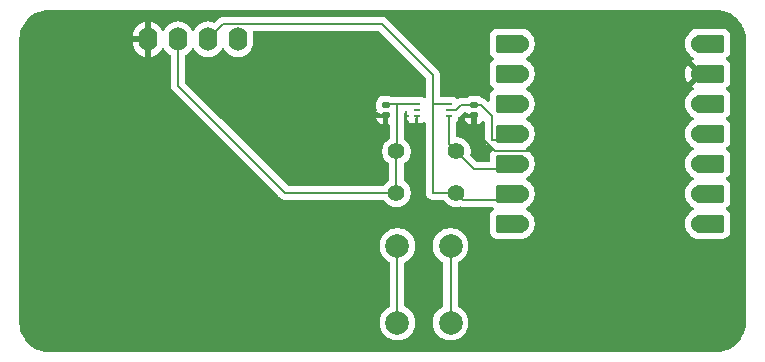
<source format=gbr>
%TF.GenerationSoftware,KiCad,Pcbnew,9.0.3*%
%TF.CreationDate,2025-08-02T05:50:16+03:00*%
%TF.ProjectId,LuminanceMeter,4c756d69-6e61-46e6-9365-4d657465722e,V0.1*%
%TF.SameCoordinates,Original*%
%TF.FileFunction,Copper,L1,Top*%
%TF.FilePolarity,Positive*%
%FSLAX46Y46*%
G04 Gerber Fmt 4.6, Leading zero omitted, Abs format (unit mm)*
G04 Created by KiCad (PCBNEW 9.0.3) date 2025-08-02 05:50:16*
%MOMM*%
%LPD*%
G01*
G04 APERTURE LIST*
G04 Aperture macros list*
%AMRoundRect*
0 Rectangle with rounded corners*
0 $1 Rounding radius*
0 $2 $3 $4 $5 $6 $7 $8 $9 X,Y pos of 4 corners*
0 Add a 4 corners polygon primitive as box body*
4,1,4,$2,$3,$4,$5,$6,$7,$8,$9,$2,$3,0*
0 Add four circle primitives for the rounded corners*
1,1,$1+$1,$2,$3*
1,1,$1+$1,$4,$5*
1,1,$1+$1,$6,$7*
1,1,$1+$1,$8,$9*
0 Add four rect primitives between the rounded corners*
20,1,$1+$1,$2,$3,$4,$5,0*
20,1,$1+$1,$4,$5,$6,$7,0*
20,1,$1+$1,$6,$7,$8,$9,0*
20,1,$1+$1,$8,$9,$2,$3,0*%
G04 Aperture macros list end*
%TA.AperFunction,ComponentPad*%
%ADD10O,1.600000X2.000000*%
%TD*%
%TA.AperFunction,ComponentPad*%
%ADD11C,1.400000*%
%TD*%
%TA.AperFunction,SMDPad,CuDef*%
%ADD12R,0.550000X0.250000*%
%TD*%
%TA.AperFunction,ComponentPad*%
%ADD13C,2.000000*%
%TD*%
%TA.AperFunction,SMDPad,CuDef*%
%ADD14RoundRect,0.152400X1.063600X0.609600X-1.063600X0.609600X-1.063600X-0.609600X1.063600X-0.609600X0*%
%TD*%
%TA.AperFunction,ComponentPad*%
%ADD15C,1.524000*%
%TD*%
%TA.AperFunction,SMDPad,CuDef*%
%ADD16RoundRect,0.152400X-1.063600X-0.609600X1.063600X-0.609600X1.063600X0.609600X-1.063600X0.609600X0*%
%TD*%
%TA.AperFunction,SMDPad,CuDef*%
%ADD17RoundRect,0.156350X-0.143650X0.138650X-0.143650X-0.138650X0.143650X-0.138650X0.143650X0.138650X0*%
%TD*%
%TA.AperFunction,ViaPad*%
%ADD18C,0.600000*%
%TD*%
%TA.AperFunction,Conductor*%
%ADD19C,0.200000*%
%TD*%
G04 APERTURE END LIST*
D10*
%TO.P,Brd1,1,GND*%
%TO.N,GND*%
X85880000Y-62000000D03*
%TO.P,Brd1,2,VCC*%
%TO.N,3V3*%
X88420000Y-62000000D03*
%TO.P,Brd1,3,SCL*%
%TO.N,SCL*%
X90960000Y-62000000D03*
%TO.P,Brd1,4,SDA*%
%TO.N,SDA*%
X93500000Y-62000000D03*
%TD*%
D11*
%TO.P,R2,1*%
%TO.N,SCL*%
X112000000Y-75000000D03*
%TO.P,R2,2*%
%TO.N,3V3*%
X106920000Y-75000000D03*
%TD*%
D12*
%TO.P,U2,1,VCC*%
%TO.N,3V3*%
X108625000Y-67500000D03*
%TO.P,U2,2,ADDR*%
%TO.N,unconnected-(U2-ADDR-Pad2)*%
X108625000Y-68000000D03*
%TO.P,U2,3,GND*%
%TO.N,GND*%
X108625000Y-68500000D03*
%TO.P,U2,4,SDA*%
%TO.N,SDA*%
X111375000Y-68500000D03*
%TO.P,U2,5,DVI*%
%TO.N,Reset*%
X111375000Y-68000000D03*
%TO.P,U2,6,SCL*%
%TO.N,SCL*%
X111375000Y-67500000D03*
%TD*%
D11*
%TO.P,R1,1*%
%TO.N,SDA*%
X112000000Y-71500000D03*
%TO.P,R1,2*%
%TO.N,3V3*%
X106920000Y-71500000D03*
%TD*%
D13*
%TO.P,SW1,1,1*%
%TO.N,Battery*%
X111500000Y-79500000D03*
X111500000Y-86000000D03*
%TO.P,SW1,2,2*%
%TO.N,Net-(BT1-+)*%
X107000000Y-79500000D03*
X107000000Y-86000000D03*
%TD*%
D14*
%TO.P,U1,1,GPIO26/ADC0/A0*%
%TO.N,unconnected-(U1-GPIO26{slash}ADC0{slash}A0-Pad1)*%
X116545000Y-62380000D03*
D15*
X117380000Y-62380000D03*
D14*
%TO.P,U1,2,GPIO27/ADC1/A1*%
%TO.N,unconnected-(U1-GPIO27{slash}ADC1{slash}A1-Pad2)*%
X116545000Y-64920000D03*
D15*
X117380000Y-64920000D03*
D14*
%TO.P,U1,3,GPIO28/ADC2/A2*%
%TO.N,unconnected-(U1-GPIO28{slash}ADC2{slash}A2-Pad3)*%
X116545000Y-67460000D03*
D15*
X117380000Y-67460000D03*
D14*
%TO.P,U1,4,GPIO29/ADC3/A3*%
%TO.N,Reset*%
X116545000Y-70000000D03*
D15*
X117380000Y-70000000D03*
D14*
%TO.P,U1,5,GPIO6/SDA*%
%TO.N,SDA*%
X116545000Y-72540000D03*
D15*
X117380000Y-72540000D03*
D14*
%TO.P,U1,6,GPIO7/SCL*%
%TO.N,SCL*%
X116545000Y-75080000D03*
D15*
X117380000Y-75080000D03*
D14*
%TO.P,U1,7,GPIO0/TX*%
%TO.N,unconnected-(U1-GPIO0{slash}TX-Pad7)*%
X116545000Y-77620000D03*
D15*
X117380000Y-77620000D03*
%TO.P,U1,8,GPIO1/RX*%
%TO.N,unconnected-(U1-GPIO1{slash}RX-Pad8)*%
X132620000Y-77620000D03*
D16*
X133455000Y-77620000D03*
D15*
%TO.P,U1,9,GPIO2/SCK*%
%TO.N,unconnected-(U1-GPIO2{slash}SCK-Pad9)*%
X132620000Y-75080000D03*
D16*
X133455000Y-75080000D03*
D15*
%TO.P,U1,10,GPIO4/MISO*%
%TO.N,unconnected-(U1-GPIO4{slash}MISO-Pad10)*%
X132620000Y-72540000D03*
D16*
X133455000Y-72540000D03*
D15*
%TO.P,U1,11,GPIO3/MOSI*%
%TO.N,unconnected-(U1-GPIO3{slash}MOSI-Pad11)*%
X132620000Y-70000000D03*
D16*
X133455000Y-70000000D03*
D15*
%TO.P,U1,12,3V3*%
%TO.N,3V3*%
X132620000Y-67460000D03*
D16*
X133455000Y-67460000D03*
D15*
%TO.P,U1,13,GND*%
%TO.N,GND*%
X132620000Y-64920000D03*
D16*
X133455000Y-64920000D03*
D15*
%TO.P,U1,14,VBUS*%
%TO.N,Battery*%
X132620000Y-62380000D03*
D16*
X133455000Y-62380000D03*
%TD*%
D17*
%TO.P,C1,1*%
%TO.N,3V3*%
X106000000Y-67595000D03*
%TO.P,C1,2*%
%TO.N,GND*%
X106000000Y-68405000D03*
%TD*%
%TO.P,C2,1*%
%TO.N,Reset*%
X113500000Y-67595000D03*
%TO.P,C2,2*%
%TO.N,GND*%
X113500000Y-68405000D03*
%TD*%
D18*
%TO.N,GND*%
X98500000Y-81500000D03*
%TD*%
D19*
%TO.N,GND*%
X85880000Y-60844508D02*
X85879454Y-60843962D01*
X113500000Y-69687626D02*
X115289374Y-71477000D01*
X126063000Y-71477000D02*
X132620000Y-64920000D01*
X113500000Y-68405000D02*
X113500000Y-69687626D01*
X115289374Y-71477000D02*
X126063000Y-71477000D01*
X98500000Y-81500000D02*
X99500000Y-81500000D01*
X99500000Y-81500000D02*
X103500000Y-77500000D01*
X85880000Y-60844508D02*
X85880000Y-62000000D01*
X108625000Y-76375000D02*
X108625000Y-68500000D01*
X103500000Y-77500000D02*
X107500000Y-77500000D01*
X107500000Y-77500000D02*
X108625000Y-76375000D01*
%TO.N,3V3*%
X88420000Y-65920000D02*
X97500000Y-75000000D01*
X106920000Y-71500000D02*
X107000000Y-71420000D01*
X106000000Y-67595000D02*
X106095000Y-67500000D01*
X107000000Y-71420000D02*
X107000000Y-67500000D01*
X88420000Y-62000000D02*
X88420000Y-65920000D01*
X106920000Y-75000000D02*
X106920000Y-71500000D01*
X106095000Y-67500000D02*
X108625000Y-67500000D01*
X97500000Y-75000000D02*
X106920000Y-75000000D01*
%TO.N,Battery*%
X111500000Y-86000000D02*
X111500000Y-79500000D01*
%TO.N,Net-(BT1-+)*%
X107000000Y-86000000D02*
X107000000Y-79500000D01*
%TO.N,Reset*%
X115000000Y-70500000D02*
X116045000Y-70500000D01*
X116045000Y-70500000D02*
X116545000Y-70000000D01*
X113500000Y-67595000D02*
X114095000Y-67595000D01*
X112000000Y-68000000D02*
X112405000Y-67595000D01*
X115000000Y-68500000D02*
X115000000Y-70500000D01*
X114095000Y-67595000D02*
X115000000Y-68500000D01*
X111375000Y-68000000D02*
X112000000Y-68000000D01*
X112405000Y-67595000D02*
X113500000Y-67595000D01*
%TO.N,SDA*%
X112000000Y-71500000D02*
X113500000Y-73000000D01*
X111375000Y-70875000D02*
X112000000Y-71500000D01*
X113500000Y-73000000D02*
X116920000Y-73000000D01*
X111375000Y-68500000D02*
X111375000Y-70875000D01*
X116920000Y-73000000D02*
X117380000Y-72540000D01*
%TO.N,SCL*%
X112580000Y-75580000D02*
X116880000Y-75580000D01*
X110000000Y-75000000D02*
X112000000Y-75000000D01*
X92261000Y-60699000D02*
X105699000Y-60699000D01*
X105699000Y-60699000D02*
X110000000Y-65000000D01*
X110000000Y-67500000D02*
X110000000Y-75000000D01*
X116880000Y-75580000D02*
X117380000Y-75080000D01*
X110000000Y-67500000D02*
X111375000Y-67500000D01*
X112000000Y-75000000D02*
X112580000Y-75580000D01*
X90960000Y-62000000D02*
X92261000Y-60699000D01*
X110000000Y-65000000D02*
X110000000Y-67500000D01*
%TD*%
%TA.AperFunction,Conductor*%
%TO.N,GND*%
G36*
X105465942Y-61319185D02*
G01*
X105486584Y-61335819D01*
X109363181Y-65212416D01*
X109396666Y-65273739D01*
X109399500Y-65300097D01*
X109399500Y-66875998D01*
X109379815Y-66943037D01*
X109327011Y-66988792D01*
X109257853Y-66998736D01*
X109201189Y-66975265D01*
X109142331Y-66931204D01*
X109142328Y-66931202D01*
X109007486Y-66880910D01*
X109007485Y-66880909D01*
X109007483Y-66880909D01*
X108947873Y-66874500D01*
X108947863Y-66874500D01*
X108302129Y-66874500D01*
X108302123Y-66874501D01*
X108242518Y-66880908D01*
X108223547Y-66887984D01*
X108213632Y-66891682D01*
X108170300Y-66899500D01*
X106526358Y-66899500D01*
X106463237Y-66882232D01*
X106461000Y-66880909D01*
X106406590Y-66848731D01*
X106406589Y-66848730D01*
X106406588Y-66848730D01*
X106406585Y-66848729D01*
X106247225Y-66802430D01*
X106247219Y-66802429D01*
X106209991Y-66799500D01*
X105790020Y-66799500D01*
X105789998Y-66799501D01*
X105752782Y-66802429D01*
X105593409Y-66848731D01*
X105450564Y-66933209D01*
X105450556Y-66933215D01*
X105333215Y-67050556D01*
X105333209Y-67050564D01*
X105248730Y-67193411D01*
X105248729Y-67193414D01*
X105202430Y-67352774D01*
X105202429Y-67352780D01*
X105199500Y-67390001D01*
X105199500Y-67799979D01*
X105199501Y-67800001D01*
X105202430Y-67837222D01*
X105239931Y-67966301D01*
X105239931Y-68035491D01*
X105205210Y-68154998D01*
X105205212Y-68155000D01*
X105297411Y-68155000D01*
X105364450Y-68174685D01*
X105385087Y-68191314D01*
X105450562Y-68256789D01*
X105593410Y-68341269D01*
X105635437Y-68353479D01*
X105752774Y-68387569D01*
X105752777Y-68387569D01*
X105752779Y-68387570D01*
X105790009Y-68390500D01*
X105934153Y-68390499D01*
X105943482Y-68390852D01*
X106135345Y-68405353D01*
X106163827Y-68416107D01*
X106193039Y-68424685D01*
X106196197Y-68428329D01*
X106200711Y-68430034D01*
X106218862Y-68454487D01*
X106238794Y-68477489D01*
X106239978Y-68482932D01*
X106242356Y-68486136D01*
X106243111Y-68497335D01*
X106250000Y-68529000D01*
X106250000Y-69196240D01*
X106253569Y-69198920D01*
X106310774Y-69199083D01*
X106369444Y-69237025D01*
X106398288Y-69300663D01*
X106399500Y-69317960D01*
X106399500Y-70341867D01*
X106379815Y-70408906D01*
X106331796Y-70452351D01*
X106290803Y-70473238D01*
X106214364Y-70528775D01*
X106137927Y-70584310D01*
X106137925Y-70584312D01*
X106137924Y-70584312D01*
X106004312Y-70717924D01*
X106004312Y-70717925D01*
X106004310Y-70717927D01*
X105994238Y-70731790D01*
X105893240Y-70870800D01*
X105807454Y-71039163D01*
X105749059Y-71218881D01*
X105719500Y-71405513D01*
X105719500Y-71594486D01*
X105749059Y-71781118D01*
X105807454Y-71960836D01*
X105855621Y-72055368D01*
X105893240Y-72129199D01*
X106004310Y-72282073D01*
X106137927Y-72415690D01*
X106268386Y-72510474D01*
X106311051Y-72565803D01*
X106319500Y-72610791D01*
X106319500Y-73889207D01*
X106299815Y-73956246D01*
X106268386Y-73989525D01*
X106137925Y-74084311D01*
X106004312Y-74217924D01*
X106004312Y-74217925D01*
X106004310Y-74217927D01*
X105909526Y-74348386D01*
X105854196Y-74391051D01*
X105809208Y-74399500D01*
X97800097Y-74399500D01*
X97733058Y-74379815D01*
X97712416Y-74363181D01*
X92004236Y-68655001D01*
X105205210Y-68655001D01*
X105249192Y-68806385D01*
X105249193Y-68806388D01*
X105333607Y-68949125D01*
X105333614Y-68949134D01*
X105450865Y-69066385D01*
X105450874Y-69066392D01*
X105593609Y-69150805D01*
X105750000Y-69196240D01*
X105750000Y-68655000D01*
X105205212Y-68655000D01*
X105205210Y-68655001D01*
X92004236Y-68655001D01*
X89056819Y-65707584D01*
X89023334Y-65646261D01*
X89020500Y-65619903D01*
X89020500Y-63429601D01*
X89040185Y-63362562D01*
X89088206Y-63319116D01*
X89101610Y-63312287D01*
X89267219Y-63191966D01*
X89411966Y-63047219D01*
X89411968Y-63047215D01*
X89411971Y-63047213D01*
X89532284Y-62881614D01*
X89532286Y-62881611D01*
X89532287Y-62881610D01*
X89579516Y-62788917D01*
X89627489Y-62738123D01*
X89695310Y-62721328D01*
X89761445Y-62743865D01*
X89800485Y-62788919D01*
X89847715Y-62881614D01*
X89968028Y-63047213D01*
X90112786Y-63191971D01*
X90267749Y-63304556D01*
X90278390Y-63312287D01*
X90359499Y-63353614D01*
X90460776Y-63405218D01*
X90460778Y-63405218D01*
X90460781Y-63405220D01*
X90535818Y-63429601D01*
X90655465Y-63468477D01*
X90756557Y-63484488D01*
X90857648Y-63500500D01*
X90857649Y-63500500D01*
X91062351Y-63500500D01*
X91062352Y-63500500D01*
X91264534Y-63468477D01*
X91459219Y-63405220D01*
X91641610Y-63312287D01*
X91734590Y-63244732D01*
X91807213Y-63191971D01*
X91807215Y-63191968D01*
X91807219Y-63191966D01*
X91951966Y-63047219D01*
X91951968Y-63047215D01*
X91951971Y-63047213D01*
X92072284Y-62881614D01*
X92072286Y-62881611D01*
X92072287Y-62881610D01*
X92119516Y-62788917D01*
X92167489Y-62738123D01*
X92235310Y-62721328D01*
X92301445Y-62743865D01*
X92340485Y-62788919D01*
X92387715Y-62881614D01*
X92508028Y-63047213D01*
X92652786Y-63191971D01*
X92807749Y-63304556D01*
X92818390Y-63312287D01*
X92899499Y-63353614D01*
X93000776Y-63405218D01*
X93000778Y-63405218D01*
X93000781Y-63405220D01*
X93075818Y-63429601D01*
X93195465Y-63468477D01*
X93296557Y-63484488D01*
X93397648Y-63500500D01*
X93397649Y-63500500D01*
X93602351Y-63500500D01*
X93602352Y-63500500D01*
X93804534Y-63468477D01*
X93999219Y-63405220D01*
X94181610Y-63312287D01*
X94274590Y-63244732D01*
X94347213Y-63191971D01*
X94347215Y-63191968D01*
X94347219Y-63191966D01*
X94491966Y-63047219D01*
X94491968Y-63047215D01*
X94491971Y-63047213D01*
X94544732Y-62974590D01*
X94612287Y-62881610D01*
X94705220Y-62699219D01*
X94768477Y-62504534D01*
X94800500Y-62302352D01*
X94800500Y-61697648D01*
X94768477Y-61495466D01*
X94768475Y-61495462D01*
X94768475Y-61495457D01*
X94757545Y-61461817D01*
X94755550Y-61391976D01*
X94791631Y-61332144D01*
X94854332Y-61301316D01*
X94875476Y-61299500D01*
X105398903Y-61299500D01*
X105465942Y-61319185D01*
G37*
%TD.AperFunction*%
%TA.AperFunction,Conductor*%
G36*
X112904949Y-68215185D02*
G01*
X112925591Y-68231819D01*
X112950556Y-68256784D01*
X112950560Y-68256787D01*
X112950562Y-68256789D01*
X113093410Y-68341269D01*
X113135437Y-68353479D01*
X113252774Y-68387569D01*
X113252777Y-68387569D01*
X113252779Y-68387570D01*
X113290009Y-68390500D01*
X113434153Y-68390499D01*
X113443482Y-68390852D01*
X113635345Y-68405353D01*
X113663827Y-68416107D01*
X113693039Y-68424685D01*
X113696197Y-68428329D01*
X113700711Y-68430034D01*
X113718862Y-68454487D01*
X113738794Y-68477489D01*
X113739978Y-68482932D01*
X113742356Y-68486136D01*
X113743111Y-68497335D01*
X113750000Y-68529000D01*
X113750000Y-69196239D01*
X113906390Y-69150805D01*
X114049125Y-69066392D01*
X114049134Y-69066385D01*
X114166385Y-68949134D01*
X114166392Y-68949125D01*
X114168767Y-68945110D01*
X114219835Y-68897425D01*
X114288577Y-68884920D01*
X114353167Y-68911565D01*
X114393098Y-68968900D01*
X114399500Y-69008229D01*
X114399500Y-70579057D01*
X114436710Y-70717925D01*
X114440423Y-70731783D01*
X114440426Y-70731790D01*
X114519475Y-70868709D01*
X114519479Y-70868714D01*
X114519480Y-70868716D01*
X114631284Y-70980520D01*
X114631286Y-70980521D01*
X114631290Y-70980524D01*
X114732866Y-71039168D01*
X114768216Y-71059577D01*
X114920943Y-71100500D01*
X114998093Y-71100500D01*
X115014648Y-71105194D01*
X115030809Y-71104894D01*
X115053405Y-71116184D01*
X115063181Y-71118956D01*
X115074232Y-71125771D01*
X115078053Y-71129592D01*
X115135969Y-71163844D01*
X115136962Y-71164456D01*
X115159581Y-71189599D01*
X115182679Y-71214338D01*
X115182892Y-71215512D01*
X115183691Y-71216400D01*
X115189128Y-71249798D01*
X115195182Y-71283079D01*
X115194726Y-71284182D01*
X115194919Y-71285362D01*
X115181428Y-71316418D01*
X115168536Y-71347669D01*
X115167440Y-71348618D01*
X115167081Y-71349446D01*
X115164464Y-71351197D01*
X115134996Y-71376732D01*
X115078053Y-71410408D01*
X115078047Y-71410412D01*
X114961412Y-71527047D01*
X114961405Y-71527056D01*
X114877435Y-71669042D01*
X114877434Y-71669045D01*
X114831413Y-71827447D01*
X114831412Y-71827453D01*
X114828500Y-71864458D01*
X114828500Y-72275500D01*
X114808815Y-72342539D01*
X114756011Y-72388294D01*
X114704500Y-72399500D01*
X113800097Y-72399500D01*
X113733058Y-72379815D01*
X113712416Y-72363181D01*
X113210066Y-71860831D01*
X113176581Y-71799508D01*
X113175274Y-71753752D01*
X113200500Y-71594486D01*
X113200500Y-71405513D01*
X113170940Y-71218881D01*
X113112545Y-71039163D01*
X113067290Y-70950347D01*
X113026760Y-70870801D01*
X112915690Y-70717927D01*
X112782073Y-70584310D01*
X112629199Y-70473240D01*
X112578350Y-70447331D01*
X112460836Y-70387454D01*
X112281118Y-70329059D01*
X112094489Y-70299500D01*
X112089770Y-70299129D01*
X112024482Y-70274245D01*
X111983012Y-70218013D01*
X111975500Y-70175511D01*
X111975500Y-69065955D01*
X111995185Y-68998916D01*
X112002495Y-68989844D01*
X112002231Y-68989646D01*
X112007546Y-68982546D01*
X112093796Y-68867331D01*
X112144091Y-68732483D01*
X112146744Y-68707811D01*
X112150499Y-68672886D01*
X112150677Y-68669566D01*
X112150855Y-68669575D01*
X112150856Y-68669569D01*
X112150977Y-68669582D01*
X112152693Y-68669673D01*
X112154308Y-68663948D01*
X112153651Y-68655001D01*
X112705210Y-68655001D01*
X112749192Y-68806385D01*
X112749193Y-68806388D01*
X112833607Y-68949125D01*
X112833614Y-68949134D01*
X112950865Y-69066385D01*
X112950874Y-69066392D01*
X113093609Y-69150805D01*
X113250000Y-69196240D01*
X113250000Y-68655000D01*
X112705212Y-68655000D01*
X112705210Y-68655001D01*
X112153651Y-68655001D01*
X112153282Y-68649979D01*
X112163602Y-68630990D01*
X112169469Y-68610186D01*
X112180629Y-68599662D01*
X112186647Y-68588590D01*
X112206389Y-68575371D01*
X112214860Y-68567384D01*
X112226519Y-68560987D01*
X112231785Y-68559577D01*
X112281904Y-68530639D01*
X112368716Y-68480520D01*
X112480520Y-68368716D01*
X112480521Y-68368713D01*
X112617417Y-68231817D01*
X112678740Y-68198334D01*
X112705097Y-68195500D01*
X112837910Y-68195500D01*
X112904949Y-68215185D01*
G37*
%TD.AperFunction*%
%TA.AperFunction,Conductor*%
G36*
X134003736Y-59500726D02*
G01*
X134293796Y-59518271D01*
X134308659Y-59520076D01*
X134590798Y-59571780D01*
X134605335Y-59575363D01*
X134879172Y-59660695D01*
X134893163Y-59666000D01*
X135154743Y-59783727D01*
X135167989Y-59790680D01*
X135413465Y-59939075D01*
X135425776Y-59947573D01*
X135618421Y-60098500D01*
X135651573Y-60124473D01*
X135662781Y-60134403D01*
X135865596Y-60337218D01*
X135875526Y-60348426D01*
X136018972Y-60531522D01*
X136052422Y-60574217D01*
X136060928Y-60586540D01*
X136209316Y-60832004D01*
X136216275Y-60845263D01*
X136333997Y-61106831D01*
X136339306Y-61120832D01*
X136424635Y-61394663D01*
X136428219Y-61409201D01*
X136479923Y-61691340D01*
X136481728Y-61706205D01*
X136499274Y-61996263D01*
X136499500Y-62003750D01*
X136499500Y-85996249D01*
X136499274Y-86003736D01*
X136481728Y-86293794D01*
X136479923Y-86308659D01*
X136428219Y-86590798D01*
X136424635Y-86605336D01*
X136339306Y-86879167D01*
X136333997Y-86893168D01*
X136216275Y-87154736D01*
X136209316Y-87167995D01*
X136060928Y-87413459D01*
X136052422Y-87425782D01*
X135875526Y-87651573D01*
X135865596Y-87662781D01*
X135662781Y-87865596D01*
X135651573Y-87875526D01*
X135425782Y-88052422D01*
X135413459Y-88060928D01*
X135167995Y-88209316D01*
X135154736Y-88216275D01*
X134893168Y-88333997D01*
X134879167Y-88339306D01*
X134605336Y-88424635D01*
X134590798Y-88428219D01*
X134308659Y-88479923D01*
X134293794Y-88481728D01*
X134003736Y-88499274D01*
X133996249Y-88499500D01*
X77503751Y-88499500D01*
X77496264Y-88499274D01*
X77206205Y-88481728D01*
X77191340Y-88479923D01*
X76909201Y-88428219D01*
X76894663Y-88424635D01*
X76620832Y-88339306D01*
X76606831Y-88333997D01*
X76345263Y-88216275D01*
X76332004Y-88209316D01*
X76086540Y-88060928D01*
X76074217Y-88052422D01*
X75848426Y-87875526D01*
X75837218Y-87865596D01*
X75634403Y-87662781D01*
X75624473Y-87651573D01*
X75506115Y-87500500D01*
X75447573Y-87425776D01*
X75439075Y-87413465D01*
X75290680Y-87167989D01*
X75283727Y-87154743D01*
X75166000Y-86893163D01*
X75160693Y-86879167D01*
X75075364Y-86605336D01*
X75071780Y-86590798D01*
X75020076Y-86308659D01*
X75018271Y-86293794D01*
X75000726Y-86003736D01*
X75000500Y-85996249D01*
X75000500Y-79381902D01*
X105499500Y-79381902D01*
X105499500Y-79618097D01*
X105536446Y-79851368D01*
X105609433Y-80075996D01*
X105716657Y-80286433D01*
X105855483Y-80477510D01*
X106022490Y-80644517D01*
X106165797Y-80748636D01*
X106213568Y-80783344D01*
X106288177Y-80821358D01*
X106331794Y-80843582D01*
X106382590Y-80891556D01*
X106399500Y-80954067D01*
X106399500Y-84545931D01*
X106379815Y-84612970D01*
X106331796Y-84656415D01*
X106213568Y-84716655D01*
X106079896Y-84813774D01*
X106022490Y-84855483D01*
X106022488Y-84855485D01*
X106022487Y-84855485D01*
X105855485Y-85022487D01*
X105855485Y-85022488D01*
X105855483Y-85022490D01*
X105795862Y-85104550D01*
X105716657Y-85213566D01*
X105609433Y-85424003D01*
X105536446Y-85648631D01*
X105499500Y-85881902D01*
X105499500Y-86118097D01*
X105536446Y-86351368D01*
X105609433Y-86575996D01*
X105716657Y-86786433D01*
X105855483Y-86977510D01*
X106022490Y-87144517D01*
X106213567Y-87283343D01*
X106312991Y-87334002D01*
X106424003Y-87390566D01*
X106424005Y-87390566D01*
X106424008Y-87390568D01*
X106514215Y-87419878D01*
X106648631Y-87463553D01*
X106881903Y-87500500D01*
X106881908Y-87500500D01*
X107118097Y-87500500D01*
X107351368Y-87463553D01*
X107575992Y-87390568D01*
X107786433Y-87283343D01*
X107977510Y-87144517D01*
X108144517Y-86977510D01*
X108283343Y-86786433D01*
X108390568Y-86575992D01*
X108463553Y-86351368D01*
X108500500Y-86118097D01*
X108500500Y-85881902D01*
X108463553Y-85648631D01*
X108390566Y-85424003D01*
X108283342Y-85213566D01*
X108144517Y-85022490D01*
X107977510Y-84855483D01*
X107881971Y-84786070D01*
X107786431Y-84716655D01*
X107668204Y-84656415D01*
X107617409Y-84608441D01*
X107600500Y-84545931D01*
X107600500Y-80954067D01*
X107620185Y-80887028D01*
X107668205Y-80843582D01*
X107786433Y-80783343D01*
X107977510Y-80644517D01*
X108144517Y-80477510D01*
X108283343Y-80286433D01*
X108390568Y-80075992D01*
X108463553Y-79851368D01*
X108500500Y-79618097D01*
X108500500Y-79381902D01*
X109999500Y-79381902D01*
X109999500Y-79618097D01*
X110036446Y-79851368D01*
X110109433Y-80075996D01*
X110216657Y-80286433D01*
X110355483Y-80477510D01*
X110522490Y-80644517D01*
X110665797Y-80748636D01*
X110713568Y-80783344D01*
X110788177Y-80821358D01*
X110831794Y-80843582D01*
X110882590Y-80891556D01*
X110899500Y-80954067D01*
X110899500Y-84545931D01*
X110879815Y-84612970D01*
X110831796Y-84656415D01*
X110713568Y-84716655D01*
X110579896Y-84813774D01*
X110522490Y-84855483D01*
X110522488Y-84855485D01*
X110522487Y-84855485D01*
X110355485Y-85022487D01*
X110355485Y-85022488D01*
X110355483Y-85022490D01*
X110295862Y-85104550D01*
X110216657Y-85213566D01*
X110109433Y-85424003D01*
X110036446Y-85648631D01*
X109999500Y-85881902D01*
X109999500Y-86118097D01*
X110036446Y-86351368D01*
X110109433Y-86575996D01*
X110216657Y-86786433D01*
X110355483Y-86977510D01*
X110522490Y-87144517D01*
X110713567Y-87283343D01*
X110812991Y-87334002D01*
X110924003Y-87390566D01*
X110924005Y-87390566D01*
X110924008Y-87390568D01*
X111014215Y-87419878D01*
X111148631Y-87463553D01*
X111381903Y-87500500D01*
X111381908Y-87500500D01*
X111618097Y-87500500D01*
X111851368Y-87463553D01*
X112075992Y-87390568D01*
X112286433Y-87283343D01*
X112477510Y-87144517D01*
X112644517Y-86977510D01*
X112783343Y-86786433D01*
X112890568Y-86575992D01*
X112963553Y-86351368D01*
X113000500Y-86118097D01*
X113000500Y-85881902D01*
X112963553Y-85648631D01*
X112890566Y-85424003D01*
X112783342Y-85213566D01*
X112644517Y-85022490D01*
X112477510Y-84855483D01*
X112381971Y-84786070D01*
X112286431Y-84716655D01*
X112168204Y-84656415D01*
X112117409Y-84608441D01*
X112100500Y-84545931D01*
X112100500Y-80954067D01*
X112120185Y-80887028D01*
X112168205Y-80843582D01*
X112286433Y-80783343D01*
X112477510Y-80644517D01*
X112644517Y-80477510D01*
X112783343Y-80286433D01*
X112890568Y-80075992D01*
X112963553Y-79851368D01*
X113000500Y-79618097D01*
X113000500Y-79381902D01*
X112963553Y-79148631D01*
X112890566Y-78924003D01*
X112801700Y-78749595D01*
X112783343Y-78713567D01*
X112644517Y-78522490D01*
X112477510Y-78355483D01*
X112286433Y-78216657D01*
X112075996Y-78109433D01*
X111851368Y-78036446D01*
X111618097Y-77999500D01*
X111618092Y-77999500D01*
X111381908Y-77999500D01*
X111381903Y-77999500D01*
X111148631Y-78036446D01*
X110924003Y-78109433D01*
X110713566Y-78216657D01*
X110605013Y-78295526D01*
X110522490Y-78355483D01*
X110522488Y-78355485D01*
X110522487Y-78355485D01*
X110355485Y-78522487D01*
X110355485Y-78522488D01*
X110355483Y-78522490D01*
X110295862Y-78604550D01*
X110216657Y-78713566D01*
X110109433Y-78924003D01*
X110036446Y-79148631D01*
X109999500Y-79381902D01*
X108500500Y-79381902D01*
X108463553Y-79148631D01*
X108390566Y-78924003D01*
X108301700Y-78749595D01*
X108283343Y-78713567D01*
X108144517Y-78522490D01*
X107977510Y-78355483D01*
X107786433Y-78216657D01*
X107575996Y-78109433D01*
X107351368Y-78036446D01*
X107118097Y-77999500D01*
X107118092Y-77999500D01*
X106881908Y-77999500D01*
X106881903Y-77999500D01*
X106648631Y-78036446D01*
X106424003Y-78109433D01*
X106213566Y-78216657D01*
X106105013Y-78295526D01*
X106022490Y-78355483D01*
X106022488Y-78355485D01*
X106022487Y-78355485D01*
X105855485Y-78522487D01*
X105855485Y-78522488D01*
X105855483Y-78522490D01*
X105795862Y-78604550D01*
X105716657Y-78713566D01*
X105609433Y-78924003D01*
X105536446Y-79148631D01*
X105499500Y-79381902D01*
X75000500Y-79381902D01*
X75000500Y-62003750D01*
X75000726Y-61996263D01*
X75018271Y-61706205D01*
X75019306Y-61697682D01*
X84580000Y-61697682D01*
X84580000Y-61750000D01*
X85446988Y-61750000D01*
X85414075Y-61807007D01*
X85380000Y-61934174D01*
X85380000Y-62065826D01*
X85414075Y-62192993D01*
X85446988Y-62250000D01*
X84580000Y-62250000D01*
X84580000Y-62302317D01*
X84612009Y-62504417D01*
X84675244Y-62699031D01*
X84768140Y-62881349D01*
X84888417Y-63046894D01*
X84888417Y-63046895D01*
X85033104Y-63191582D01*
X85198650Y-63311859D01*
X85380968Y-63404754D01*
X85575578Y-63467988D01*
X85630000Y-63476607D01*
X85630000Y-62433012D01*
X85687007Y-62465925D01*
X85814174Y-62500000D01*
X85945826Y-62500000D01*
X86072993Y-62465925D01*
X86130000Y-62433012D01*
X86130000Y-63476606D01*
X86184421Y-63467988D01*
X86379031Y-63404754D01*
X86561349Y-63311859D01*
X86726894Y-63191582D01*
X86726895Y-63191582D01*
X86871582Y-63046895D01*
X86871582Y-63046894D01*
X86991861Y-62881347D01*
X87039234Y-62788371D01*
X87087208Y-62737575D01*
X87155028Y-62720779D01*
X87221164Y-62743316D01*
X87260203Y-62788369D01*
X87307713Y-62881611D01*
X87428028Y-63047213D01*
X87428034Y-63047219D01*
X87572781Y-63191966D01*
X87738390Y-63312287D01*
X87751793Y-63319116D01*
X87802589Y-63367088D01*
X87819500Y-63429601D01*
X87819500Y-65833330D01*
X87819499Y-65833348D01*
X87819499Y-65999054D01*
X87819498Y-65999054D01*
X87860423Y-66151786D01*
X87876473Y-66179583D01*
X87876474Y-66179588D01*
X87876476Y-66179588D01*
X87914455Y-66245371D01*
X87939479Y-66288714D01*
X87939481Y-66288717D01*
X88058349Y-66407585D01*
X88058355Y-66407590D01*
X97015139Y-75364374D01*
X97015149Y-75364385D01*
X97019479Y-75368715D01*
X97019480Y-75368716D01*
X97131284Y-75480520D01*
X97212873Y-75527625D01*
X97212874Y-75527626D01*
X97268209Y-75559574D01*
X97268210Y-75559574D01*
X97268215Y-75559577D01*
X97420943Y-75600500D01*
X105809208Y-75600500D01*
X105876247Y-75620185D01*
X105909524Y-75651612D01*
X106004310Y-75782073D01*
X106137927Y-75915690D01*
X106290801Y-76026760D01*
X106370347Y-76067290D01*
X106459163Y-76112545D01*
X106459165Y-76112545D01*
X106459168Y-76112547D01*
X106555497Y-76143846D01*
X106638881Y-76170940D01*
X106825514Y-76200500D01*
X106825519Y-76200500D01*
X107014486Y-76200500D01*
X107201118Y-76170940D01*
X107201121Y-76170939D01*
X107380832Y-76112547D01*
X107549199Y-76026760D01*
X107702073Y-75915690D01*
X107835690Y-75782073D01*
X107946760Y-75629199D01*
X108032547Y-75460832D01*
X108090940Y-75281118D01*
X108107057Y-75179360D01*
X108120500Y-75094486D01*
X108120500Y-74905513D01*
X108090940Y-74718881D01*
X108050808Y-74595370D01*
X108032547Y-74539168D01*
X108032545Y-74539165D01*
X108032545Y-74539163D01*
X107970964Y-74418305D01*
X107946760Y-74370801D01*
X107835690Y-74217927D01*
X107702073Y-74084310D01*
X107650175Y-74046604D01*
X107571614Y-73989525D01*
X107528948Y-73934194D01*
X107520500Y-73889207D01*
X107520500Y-72610791D01*
X107540185Y-72543752D01*
X107571612Y-72510475D01*
X107702073Y-72415690D01*
X107835690Y-72282073D01*
X107946760Y-72129199D01*
X108032547Y-71960832D01*
X108090940Y-71781118D01*
X108097793Y-71737850D01*
X108120500Y-71594486D01*
X108120500Y-71405513D01*
X108090940Y-71218881D01*
X108032545Y-71039163D01*
X107987290Y-70950347D01*
X107946760Y-70870801D01*
X107835690Y-70717927D01*
X107702073Y-70584310D01*
X107651613Y-70547648D01*
X107608948Y-70492318D01*
X107600500Y-70447331D01*
X107600500Y-68224500D01*
X107620185Y-68157461D01*
X107672989Y-68111706D01*
X107724500Y-68100500D01*
X107730336Y-68100500D01*
X107732539Y-68101147D01*
X107734765Y-68100579D01*
X107765909Y-68110945D01*
X107797375Y-68120185D01*
X107798877Y-68121919D01*
X107801058Y-68122645D01*
X107821653Y-68148204D01*
X107843130Y-68172989D01*
X107843906Y-68175819D01*
X107844898Y-68177050D01*
X107853626Y-68211248D01*
X107856619Y-68239093D01*
X107856619Y-68265599D01*
X107850000Y-68327169D01*
X107850000Y-68375000D01*
X107850051Y-68375051D01*
X107854261Y-68376287D01*
X107858729Y-68375316D01*
X107887483Y-68386042D01*
X107916915Y-68394685D01*
X107921103Y-68398584D01*
X107924192Y-68399737D01*
X107949147Y-68424695D01*
X107950644Y-68426695D01*
X107975058Y-68492161D01*
X107960202Y-68560433D01*
X107910794Y-68609836D01*
X107851373Y-68625000D01*
X107850000Y-68625000D01*
X107850000Y-68672844D01*
X107856401Y-68732372D01*
X107856403Y-68732379D01*
X107906645Y-68867086D01*
X107906649Y-68867093D01*
X107992809Y-68982187D01*
X107992812Y-68982190D01*
X108107906Y-69068350D01*
X108107913Y-69068354D01*
X108242620Y-69118596D01*
X108242627Y-69118598D01*
X108302155Y-69124999D01*
X108302172Y-69125000D01*
X108500000Y-69125000D01*
X108500000Y-68749499D01*
X108502550Y-68740813D01*
X108501262Y-68731852D01*
X108512240Y-68707811D01*
X108519685Y-68682460D01*
X108526525Y-68676532D01*
X108530287Y-68668296D01*
X108552521Y-68654006D01*
X108572489Y-68636705D01*
X108583003Y-68634417D01*
X108589065Y-68630522D01*
X108623996Y-68625499D01*
X108626001Y-68625499D01*
X108693039Y-68645184D01*
X108738794Y-68697988D01*
X108750000Y-68749499D01*
X108750000Y-69125000D01*
X108947828Y-69125000D01*
X108947844Y-69124999D01*
X109007372Y-69118598D01*
X109007379Y-69118596D01*
X109142086Y-69068354D01*
X109142089Y-69068352D01*
X109201188Y-69024111D01*
X109266652Y-68999693D01*
X109334926Y-69014544D01*
X109384331Y-69063949D01*
X109399500Y-69123377D01*
X109399500Y-75079057D01*
X109426377Y-75179361D01*
X109440423Y-75231783D01*
X109440426Y-75231790D01*
X109519475Y-75368709D01*
X109519478Y-75368713D01*
X109519480Y-75368716D01*
X109631284Y-75480520D01*
X109631286Y-75480521D01*
X109631290Y-75480524D01*
X109768209Y-75559573D01*
X109768216Y-75559577D01*
X109920943Y-75600500D01*
X110079057Y-75600500D01*
X110889208Y-75600500D01*
X110956247Y-75620185D01*
X110989524Y-75651612D01*
X111084310Y-75782073D01*
X111217927Y-75915690D01*
X111370801Y-76026760D01*
X111450347Y-76067290D01*
X111539163Y-76112545D01*
X111539165Y-76112545D01*
X111539168Y-76112547D01*
X111635497Y-76143846D01*
X111718881Y-76170940D01*
X111905514Y-76200500D01*
X111905519Y-76200500D01*
X112094486Y-76200500D01*
X112198168Y-76184077D01*
X112281118Y-76170940D01*
X112329408Y-76155248D01*
X112399248Y-76153252D01*
X112399483Y-76153314D01*
X112500943Y-76180501D01*
X112500946Y-76180501D01*
X112666653Y-76180501D01*
X112666669Y-76180500D01*
X114998093Y-76180500D01*
X115014648Y-76185194D01*
X115030809Y-76184894D01*
X115053405Y-76196184D01*
X115063181Y-76198956D01*
X115074232Y-76205771D01*
X115078053Y-76209592D01*
X115135969Y-76243844D01*
X115136962Y-76244456D01*
X115159581Y-76269599D01*
X115182679Y-76294338D01*
X115182892Y-76295512D01*
X115183691Y-76296400D01*
X115189128Y-76329798D01*
X115195182Y-76363079D01*
X115194726Y-76364182D01*
X115194919Y-76365362D01*
X115181428Y-76396418D01*
X115168536Y-76427669D01*
X115167440Y-76428618D01*
X115167081Y-76429446D01*
X115164464Y-76431197D01*
X115134996Y-76456732D01*
X115078053Y-76490408D01*
X115078047Y-76490412D01*
X114961412Y-76607047D01*
X114961405Y-76607056D01*
X114877435Y-76749042D01*
X114877434Y-76749045D01*
X114831413Y-76907447D01*
X114831412Y-76907453D01*
X114828500Y-76944458D01*
X114828500Y-78295541D01*
X114831412Y-78332546D01*
X114831413Y-78332552D01*
X114877434Y-78490954D01*
X114877435Y-78490957D01*
X114877436Y-78490959D01*
X114896218Y-78522718D01*
X114961405Y-78632943D01*
X114961412Y-78632952D01*
X115078047Y-78749587D01*
X115078051Y-78749590D01*
X115078053Y-78749592D01*
X115220041Y-78833564D01*
X115261816Y-78845701D01*
X115378447Y-78879586D01*
X115378450Y-78879586D01*
X115378452Y-78879587D01*
X115415466Y-78882500D01*
X115415474Y-78882500D01*
X117674526Y-78882500D01*
X117674534Y-78882500D01*
X117711548Y-78879587D01*
X117711550Y-78879586D01*
X117711552Y-78879586D01*
X117753323Y-78867449D01*
X117869959Y-78833564D01*
X118011947Y-78749592D01*
X118108148Y-78653389D01*
X118122939Y-78640758D01*
X118202464Y-78582981D01*
X118342981Y-78442464D01*
X118459787Y-78281694D01*
X118550005Y-78104632D01*
X118611413Y-77915636D01*
X118642500Y-77719361D01*
X118642500Y-77520639D01*
X118611413Y-77324364D01*
X118550005Y-77135368D01*
X118550005Y-77135367D01*
X118459786Y-76958305D01*
X118342981Y-76797536D01*
X118202464Y-76657019D01*
X118122937Y-76599239D01*
X118116175Y-76593960D01*
X118112000Y-76590461D01*
X118011947Y-76490408D01*
X117946259Y-76451560D01*
X117938477Y-76445038D01*
X117924510Y-76424073D01*
X117907321Y-76405663D01*
X117905471Y-76395492D01*
X117899740Y-76386890D01*
X117899324Y-76361702D01*
X117894817Y-76336921D01*
X117898758Y-76327366D01*
X117898588Y-76317030D01*
X117911856Y-76295616D01*
X117921462Y-76272332D01*
X117931874Y-76263309D01*
X117935389Y-76257638D01*
X117942127Y-76254425D01*
X117955004Y-76243268D01*
X118011947Y-76209592D01*
X118108148Y-76113389D01*
X118122939Y-76100758D01*
X118202464Y-76042981D01*
X118342981Y-75902464D01*
X118459787Y-75741694D01*
X118550005Y-75564632D01*
X118611413Y-75375636D01*
X118642500Y-75179361D01*
X118642500Y-74980639D01*
X118611413Y-74784364D01*
X118550005Y-74595368D01*
X118550005Y-74595367D01*
X118459786Y-74418305D01*
X118342981Y-74257536D01*
X118202464Y-74117019D01*
X118122937Y-74059239D01*
X118116175Y-74053960D01*
X118112000Y-74050461D01*
X118011947Y-73950408D01*
X117946259Y-73911560D01*
X117938477Y-73905038D01*
X117924510Y-73884073D01*
X117907321Y-73865663D01*
X117905471Y-73855492D01*
X117899740Y-73846890D01*
X117899324Y-73821702D01*
X117894817Y-73796921D01*
X117898758Y-73787366D01*
X117898588Y-73777030D01*
X117911856Y-73755616D01*
X117921462Y-73732332D01*
X117931874Y-73723309D01*
X117935389Y-73717638D01*
X117942127Y-73714425D01*
X117955004Y-73703268D01*
X118011947Y-73669592D01*
X118108148Y-73573389D01*
X118122939Y-73560758D01*
X118124570Y-73559573D01*
X118202464Y-73502981D01*
X118342981Y-73362464D01*
X118459787Y-73201694D01*
X118550005Y-73024632D01*
X118611413Y-72835636D01*
X118642500Y-72639361D01*
X118642500Y-72440639D01*
X118611413Y-72244364D01*
X118550005Y-72055368D01*
X118550005Y-72055367D01*
X118459786Y-71878305D01*
X118342981Y-71717536D01*
X118202464Y-71577019D01*
X118122937Y-71519239D01*
X118116175Y-71513960D01*
X118112000Y-71510461D01*
X118011947Y-71410408D01*
X117946259Y-71371560D01*
X117938477Y-71365038D01*
X117924510Y-71344073D01*
X117907321Y-71325663D01*
X117905471Y-71315492D01*
X117899740Y-71306890D01*
X117899324Y-71281702D01*
X117894817Y-71256921D01*
X117898758Y-71247366D01*
X117898588Y-71237030D01*
X117911856Y-71215616D01*
X117921462Y-71192332D01*
X117931874Y-71183309D01*
X117935389Y-71177638D01*
X117942127Y-71174425D01*
X117955004Y-71163268D01*
X118011947Y-71129592D01*
X118108148Y-71033389D01*
X118122939Y-71020758D01*
X118202464Y-70962981D01*
X118342981Y-70822464D01*
X118459787Y-70661694D01*
X118550005Y-70484632D01*
X118611413Y-70295636D01*
X118642500Y-70099361D01*
X118642500Y-69900639D01*
X118611413Y-69704364D01*
X118550005Y-69515368D01*
X118550005Y-69515367D01*
X118459786Y-69338305D01*
X118342981Y-69177536D01*
X118202464Y-69037019D01*
X118122937Y-68979239D01*
X118116175Y-68973960D01*
X118112000Y-68970461D01*
X118011947Y-68870408D01*
X117946259Y-68831560D01*
X117938477Y-68825038D01*
X117924510Y-68804073D01*
X117907321Y-68785663D01*
X117905471Y-68775492D01*
X117899740Y-68766890D01*
X117899324Y-68741702D01*
X117894817Y-68716921D01*
X117898758Y-68707366D01*
X117898588Y-68697030D01*
X117911856Y-68675616D01*
X117921462Y-68652332D01*
X117931874Y-68643309D01*
X117935389Y-68637638D01*
X117942127Y-68634425D01*
X117955004Y-68623268D01*
X117962067Y-68619091D01*
X118011947Y-68589592D01*
X118108148Y-68493389D01*
X118122939Y-68480758D01*
X118123268Y-68480519D01*
X118202464Y-68422981D01*
X118342981Y-68282464D01*
X118459787Y-68121694D01*
X118550005Y-67944632D01*
X118611413Y-67755636D01*
X118642500Y-67559361D01*
X118642500Y-67360639D01*
X118611413Y-67164364D01*
X118576978Y-67058382D01*
X118550006Y-66975370D01*
X118550005Y-66975367D01*
X118501876Y-66880910D01*
X118459787Y-66798306D01*
X118342981Y-66637536D01*
X118202464Y-66497019D01*
X118122937Y-66439239D01*
X118116175Y-66433960D01*
X118112000Y-66430461D01*
X118011947Y-66330408D01*
X117946259Y-66291560D01*
X117938477Y-66285038D01*
X117924510Y-66264073D01*
X117907321Y-66245663D01*
X117905471Y-66235492D01*
X117899740Y-66226890D01*
X117899324Y-66201702D01*
X117894817Y-66176921D01*
X117898758Y-66167366D01*
X117898588Y-66157030D01*
X117911856Y-66135616D01*
X117921462Y-66112332D01*
X117931874Y-66103309D01*
X117935389Y-66097638D01*
X117942127Y-66094425D01*
X117955004Y-66083268D01*
X117955498Y-66082976D01*
X118011947Y-66049592D01*
X118108148Y-65953389D01*
X118122939Y-65940758D01*
X118202464Y-65882981D01*
X118342981Y-65742464D01*
X118459787Y-65581694D01*
X118550005Y-65404632D01*
X118611413Y-65215636D01*
X118642500Y-65019361D01*
X118642500Y-64820639D01*
X118611413Y-64624364D01*
X118550005Y-64435368D01*
X118550005Y-64435367D01*
X118459786Y-64258305D01*
X118449762Y-64244508D01*
X118342981Y-64097536D01*
X118202464Y-63957019D01*
X118122938Y-63899240D01*
X118116175Y-63893960D01*
X118112000Y-63890461D01*
X118011947Y-63790408D01*
X117946259Y-63751560D01*
X117938477Y-63745038D01*
X117924510Y-63724073D01*
X117907321Y-63705663D01*
X117905471Y-63695492D01*
X117899740Y-63686890D01*
X117899324Y-63661702D01*
X117894817Y-63636921D01*
X117898758Y-63627366D01*
X117898588Y-63617030D01*
X117911856Y-63595616D01*
X117921462Y-63572332D01*
X117931874Y-63563309D01*
X117935389Y-63557638D01*
X117942127Y-63554425D01*
X117955004Y-63543268D01*
X118011947Y-63509592D01*
X118108148Y-63413389D01*
X118122939Y-63400758D01*
X118202464Y-63342981D01*
X118342981Y-63202464D01*
X118459787Y-63041694D01*
X118550005Y-62864632D01*
X118611413Y-62675636D01*
X118642500Y-62479361D01*
X118642500Y-62280639D01*
X131357500Y-62280639D01*
X131357500Y-62479361D01*
X131361487Y-62504534D01*
X131388587Y-62675637D01*
X131449993Y-62864629D01*
X131449994Y-62864632D01*
X131540213Y-63041694D01*
X131657019Y-63202464D01*
X131657021Y-63202466D01*
X131797539Y-63342984D01*
X131877060Y-63400758D01*
X131883786Y-63406007D01*
X131887979Y-63409518D01*
X131988053Y-63509592D01*
X132054208Y-63548716D01*
X132061975Y-63555220D01*
X132075962Y-63576197D01*
X132093170Y-63594627D01*
X132095015Y-63604773D01*
X132100736Y-63613353D01*
X132101161Y-63638564D01*
X132105673Y-63663369D01*
X132101740Y-63672900D01*
X132101915Y-63683212D01*
X132088643Y-63704649D01*
X132079028Y-63727958D01*
X132068643Y-63736956D01*
X132065137Y-63742620D01*
X132058391Y-63745838D01*
X132045487Y-63757021D01*
X131988370Y-63790800D01*
X131988357Y-63790810D01*
X131916360Y-63862806D01*
X131916360Y-63862807D01*
X132535905Y-64482352D01*
X132448429Y-64505792D01*
X132347070Y-64564311D01*
X132264311Y-64647070D01*
X132205792Y-64748429D01*
X132182352Y-64835905D01*
X131567730Y-64221282D01*
X131567729Y-64221283D01*
X131540643Y-64258564D01*
X131450457Y-64435562D01*
X131389075Y-64624476D01*
X131389075Y-64624479D01*
X131358000Y-64820678D01*
X131358000Y-65019321D01*
X131389075Y-65215520D01*
X131389075Y-65215523D01*
X131450457Y-65404437D01*
X131540641Y-65581432D01*
X131567730Y-65618715D01*
X131567731Y-65618716D01*
X132182352Y-65004094D01*
X132205792Y-65091571D01*
X132264311Y-65192930D01*
X132347070Y-65275689D01*
X132448429Y-65334208D01*
X132535904Y-65357647D01*
X131916360Y-65977191D01*
X131988360Y-66049192D01*
X131988364Y-66049195D01*
X132045486Y-66082977D01*
X132093169Y-66134046D01*
X132105673Y-66202788D01*
X132079028Y-66267377D01*
X132061975Y-66284779D01*
X132054204Y-66291285D01*
X131988053Y-66330408D01*
X131887990Y-66430469D01*
X131883784Y-66433992D01*
X131882598Y-66434509D01*
X131877061Y-66439239D01*
X131797536Y-66497018D01*
X131657021Y-66637533D01*
X131540213Y-66798305D01*
X131449994Y-66975367D01*
X131449993Y-66975370D01*
X131388587Y-67164362D01*
X131357500Y-67360639D01*
X131357500Y-67559360D01*
X131388587Y-67755637D01*
X131449993Y-67944629D01*
X131449994Y-67944632D01*
X131496290Y-68035491D01*
X131540213Y-68121694D01*
X131657019Y-68282464D01*
X131657021Y-68282466D01*
X131797539Y-68422984D01*
X131877060Y-68480758D01*
X131883824Y-68486039D01*
X131887998Y-68489537D01*
X131988053Y-68589592D01*
X132053737Y-68628437D01*
X132061522Y-68634962D01*
X132075488Y-68655926D01*
X132092679Y-68674338D01*
X132094528Y-68684506D01*
X132100260Y-68693110D01*
X132100674Y-68718297D01*
X132105182Y-68743079D01*
X132101239Y-68752634D01*
X132101410Y-68762970D01*
X132088143Y-68784381D01*
X132078536Y-68807669D01*
X132068122Y-68816692D01*
X132064609Y-68822363D01*
X132057871Y-68825575D01*
X132044996Y-68836732D01*
X131988053Y-68870408D01*
X131988046Y-68870413D01*
X131891854Y-68966604D01*
X131877061Y-68979239D01*
X131797536Y-69037018D01*
X131657021Y-69177533D01*
X131540213Y-69338305D01*
X131449994Y-69515367D01*
X131449993Y-69515370D01*
X131388587Y-69704362D01*
X131357500Y-69900639D01*
X131357500Y-70099360D01*
X131388587Y-70295637D01*
X131449993Y-70484629D01*
X131449994Y-70484632D01*
X131540213Y-70661694D01*
X131657019Y-70822464D01*
X131657021Y-70822466D01*
X131797539Y-70962984D01*
X131877060Y-71020758D01*
X131883824Y-71026039D01*
X131887998Y-71029537D01*
X131988053Y-71129592D01*
X132053737Y-71168437D01*
X132061522Y-71174962D01*
X132075488Y-71195926D01*
X132092679Y-71214338D01*
X132094528Y-71224506D01*
X132100260Y-71233110D01*
X132100674Y-71258297D01*
X132105182Y-71283079D01*
X132101239Y-71292634D01*
X132101410Y-71302970D01*
X132088143Y-71324381D01*
X132078536Y-71347669D01*
X132068122Y-71356692D01*
X132064609Y-71362363D01*
X132057871Y-71365575D01*
X132044996Y-71376732D01*
X131988053Y-71410408D01*
X131988046Y-71410413D01*
X131891854Y-71506604D01*
X131877061Y-71519239D01*
X131797536Y-71577018D01*
X131657021Y-71717533D01*
X131540213Y-71878305D01*
X131449994Y-72055367D01*
X131449993Y-72055370D01*
X131388587Y-72244362D01*
X131369768Y-72363181D01*
X131357500Y-72440639D01*
X131357500Y-72639361D01*
X131368699Y-72710066D01*
X131388587Y-72835637D01*
X131449993Y-73024629D01*
X131449994Y-73024632D01*
X131540213Y-73201694D01*
X131657019Y-73362464D01*
X131657021Y-73362466D01*
X131797539Y-73502984D01*
X131877060Y-73560758D01*
X131883824Y-73566039D01*
X131887998Y-73569537D01*
X131988053Y-73669592D01*
X132053737Y-73708437D01*
X132061522Y-73714962D01*
X132075488Y-73735926D01*
X132092679Y-73754338D01*
X132094528Y-73764506D01*
X132100260Y-73773110D01*
X132100674Y-73798297D01*
X132105182Y-73823079D01*
X132101239Y-73832634D01*
X132101410Y-73842970D01*
X132088143Y-73864381D01*
X132078536Y-73887669D01*
X132068122Y-73896692D01*
X132064609Y-73902363D01*
X132057871Y-73905575D01*
X132044996Y-73916732D01*
X131988053Y-73950408D01*
X131988046Y-73950413D01*
X131891854Y-74046604D01*
X131877061Y-74059239D01*
X131797536Y-74117018D01*
X131657021Y-74257533D01*
X131540213Y-74418305D01*
X131449994Y-74595367D01*
X131449993Y-74595370D01*
X131388587Y-74784362D01*
X131357500Y-74980639D01*
X131357500Y-75179360D01*
X131388587Y-75375637D01*
X131449993Y-75564629D01*
X131449994Y-75564632D01*
X131540213Y-75741694D01*
X131657019Y-75902464D01*
X131657021Y-75902466D01*
X131797539Y-76042984D01*
X131877060Y-76100758D01*
X131883824Y-76106039D01*
X131887998Y-76109537D01*
X131988053Y-76209592D01*
X132053737Y-76248437D01*
X132061522Y-76254962D01*
X132075488Y-76275926D01*
X132092679Y-76294338D01*
X132094528Y-76304506D01*
X132100260Y-76313110D01*
X132100674Y-76338297D01*
X132105182Y-76363079D01*
X132101239Y-76372634D01*
X132101410Y-76382970D01*
X132088143Y-76404381D01*
X132078536Y-76427669D01*
X132068122Y-76436692D01*
X132064609Y-76442363D01*
X132057871Y-76445575D01*
X132044996Y-76456732D01*
X131988053Y-76490408D01*
X131988046Y-76490413D01*
X131891854Y-76586604D01*
X131877061Y-76599239D01*
X131797536Y-76657018D01*
X131657021Y-76797533D01*
X131540213Y-76958305D01*
X131449994Y-77135367D01*
X131449993Y-77135370D01*
X131388587Y-77324362D01*
X131357500Y-77520639D01*
X131357500Y-77719360D01*
X131388587Y-77915637D01*
X131449993Y-78104629D01*
X131449994Y-78104632D01*
X131540213Y-78281694D01*
X131657019Y-78442464D01*
X131657021Y-78442466D01*
X131797539Y-78582984D01*
X131877060Y-78640758D01*
X131891851Y-78653390D01*
X131988053Y-78749592D01*
X132130041Y-78833564D01*
X132171816Y-78845701D01*
X132288447Y-78879586D01*
X132288450Y-78879586D01*
X132288452Y-78879587D01*
X132325466Y-78882500D01*
X132325474Y-78882500D01*
X134584526Y-78882500D01*
X134584534Y-78882500D01*
X134621548Y-78879587D01*
X134621550Y-78879586D01*
X134621552Y-78879586D01*
X134663323Y-78867449D01*
X134779959Y-78833564D01*
X134921947Y-78749592D01*
X135038592Y-78632947D01*
X135122564Y-78490959D01*
X135168587Y-78332548D01*
X135171500Y-78295534D01*
X135171500Y-76944466D01*
X135168587Y-76907452D01*
X135122564Y-76749041D01*
X135038592Y-76607053D01*
X135038590Y-76607051D01*
X135038587Y-76607047D01*
X134921952Y-76490412D01*
X134921944Y-76490406D01*
X134865004Y-76456732D01*
X134817321Y-76405663D01*
X134804817Y-76336921D01*
X134831462Y-76272332D01*
X134865004Y-76243268D01*
X134921947Y-76209592D01*
X135038592Y-76092947D01*
X135122564Y-75950959D01*
X135168587Y-75792548D01*
X135171500Y-75755534D01*
X135171500Y-74404466D01*
X135168587Y-74367452D01*
X135167346Y-74363181D01*
X135122565Y-74209045D01*
X135122564Y-74209042D01*
X135122564Y-74209041D01*
X135048799Y-74084312D01*
X135038594Y-74067056D01*
X135038587Y-74067047D01*
X134921952Y-73950412D01*
X134921944Y-73950406D01*
X134865004Y-73916732D01*
X134817321Y-73865663D01*
X134804817Y-73796921D01*
X134831462Y-73732332D01*
X134865004Y-73703268D01*
X134921947Y-73669592D01*
X135038592Y-73552947D01*
X135122564Y-73410959D01*
X135168587Y-73252548D01*
X135171500Y-73215534D01*
X135171500Y-71864466D01*
X135168587Y-71827452D01*
X135167081Y-71822269D01*
X135122565Y-71669045D01*
X135122564Y-71669042D01*
X135122564Y-71669041D01*
X135038592Y-71527053D01*
X135038590Y-71527051D01*
X135038587Y-71527047D01*
X134921952Y-71410412D01*
X134921944Y-71410406D01*
X134865004Y-71376732D01*
X134817321Y-71325663D01*
X134804817Y-71256921D01*
X134831462Y-71192332D01*
X134865004Y-71163268D01*
X134921947Y-71129592D01*
X135038592Y-71012947D01*
X135122564Y-70870959D01*
X135168587Y-70712548D01*
X135171500Y-70675534D01*
X135171500Y-69324466D01*
X135168587Y-69287452D01*
X135153936Y-69237025D01*
X135122565Y-69129045D01*
X135122564Y-69129042D01*
X135122564Y-69129041D01*
X135038592Y-68987053D01*
X135038590Y-68987051D01*
X135038587Y-68987047D01*
X134921952Y-68870412D01*
X134921944Y-68870406D01*
X134865004Y-68836732D01*
X134817321Y-68785663D01*
X134804817Y-68716921D01*
X134831462Y-68652332D01*
X134865004Y-68623268D01*
X134872067Y-68619091D01*
X134921947Y-68589592D01*
X135038592Y-68472947D01*
X135122564Y-68330959D01*
X135161919Y-68195500D01*
X135168586Y-68172552D01*
X135168587Y-68172546D01*
X135170503Y-68148204D01*
X135171500Y-68135534D01*
X135171500Y-66784466D01*
X135168587Y-66747452D01*
X135122564Y-66589041D01*
X135038592Y-66447053D01*
X135038590Y-66447051D01*
X135038587Y-66447047D01*
X134921952Y-66330412D01*
X134921949Y-66330410D01*
X134921947Y-66330408D01*
X134864511Y-66296440D01*
X134816829Y-66245371D01*
X134804326Y-66176630D01*
X134830972Y-66112040D01*
X134864514Y-66082976D01*
X134921637Y-66049193D01*
X134921643Y-66049189D01*
X135038189Y-65932643D01*
X135038196Y-65932634D01*
X135122102Y-65790756D01*
X135122103Y-65790753D01*
X135168088Y-65632473D01*
X135168089Y-65632467D01*
X135170999Y-65595488D01*
X135170999Y-64244530D01*
X135170998Y-64244508D01*
X135168089Y-64207533D01*
X135122102Y-64049242D01*
X135038196Y-63907365D01*
X135038189Y-63907356D01*
X134921643Y-63790810D01*
X134921634Y-63790803D01*
X134864513Y-63757022D01*
X134816829Y-63705953D01*
X134804326Y-63637211D01*
X134830972Y-63572622D01*
X134864514Y-63543558D01*
X134921941Y-63509596D01*
X134921942Y-63509594D01*
X134921947Y-63509592D01*
X135038592Y-63392947D01*
X135122564Y-63250959D01*
X135168587Y-63092548D01*
X135171500Y-63055534D01*
X135171500Y-61704466D01*
X135168587Y-61667452D01*
X135148961Y-61599901D01*
X135122565Y-61509045D01*
X135122564Y-61509042D01*
X135122564Y-61509041D01*
X135038592Y-61367053D01*
X135038590Y-61367051D01*
X135038587Y-61367047D01*
X134921952Y-61250412D01*
X134921943Y-61250405D01*
X134779957Y-61166435D01*
X134779954Y-61166434D01*
X134621552Y-61120413D01*
X134621546Y-61120412D01*
X134584541Y-61117500D01*
X134584534Y-61117500D01*
X132325466Y-61117500D01*
X132325458Y-61117500D01*
X132288453Y-61120412D01*
X132288447Y-61120413D01*
X132130045Y-61166434D01*
X132130042Y-61166435D01*
X131988056Y-61250405D01*
X131988046Y-61250413D01*
X131891854Y-61346604D01*
X131877061Y-61359239D01*
X131797536Y-61417018D01*
X131657021Y-61557533D01*
X131540213Y-61718305D01*
X131449994Y-61895367D01*
X131449993Y-61895370D01*
X131388587Y-62084362D01*
X131388587Y-62084364D01*
X131357500Y-62280639D01*
X118642500Y-62280639D01*
X118611413Y-62084364D01*
X118550005Y-61895368D01*
X118550005Y-61895367D01*
X118459786Y-61718305D01*
X118450995Y-61706205D01*
X118342981Y-61557536D01*
X118202464Y-61417019D01*
X118191703Y-61409201D01*
X118122938Y-61359240D01*
X118108147Y-61346608D01*
X118011947Y-61250408D01*
X118011946Y-61250407D01*
X118011943Y-61250405D01*
X117869957Y-61166435D01*
X117869954Y-61166434D01*
X117711552Y-61120413D01*
X117711546Y-61120412D01*
X117674541Y-61117500D01*
X117674534Y-61117500D01*
X115415466Y-61117500D01*
X115415458Y-61117500D01*
X115378453Y-61120412D01*
X115378447Y-61120413D01*
X115220045Y-61166434D01*
X115220042Y-61166435D01*
X115078056Y-61250405D01*
X115078047Y-61250412D01*
X114961412Y-61367047D01*
X114961405Y-61367056D01*
X114877435Y-61509042D01*
X114877434Y-61509045D01*
X114831413Y-61667447D01*
X114831412Y-61667453D01*
X114828500Y-61704458D01*
X114828500Y-63055541D01*
X114831412Y-63092546D01*
X114831413Y-63092552D01*
X114877434Y-63250954D01*
X114877435Y-63250957D01*
X114961405Y-63392943D01*
X114961412Y-63392952D01*
X115078047Y-63509587D01*
X115078050Y-63509589D01*
X115078053Y-63509592D01*
X115134996Y-63543268D01*
X115182679Y-63594338D01*
X115195182Y-63663079D01*
X115168536Y-63727669D01*
X115134996Y-63756731D01*
X115078053Y-63790408D01*
X115078047Y-63790412D01*
X114961412Y-63907047D01*
X114961405Y-63907056D01*
X114877435Y-64049042D01*
X114877434Y-64049045D01*
X114831413Y-64207447D01*
X114831412Y-64207453D01*
X114828500Y-64244458D01*
X114828500Y-65595541D01*
X114831412Y-65632546D01*
X114831413Y-65632552D01*
X114877434Y-65790954D01*
X114877435Y-65790957D01*
X114961405Y-65932943D01*
X114961412Y-65932952D01*
X115078047Y-66049587D01*
X115078050Y-66049589D01*
X115078053Y-66049592D01*
X115134502Y-66082976D01*
X115134996Y-66083268D01*
X115182679Y-66134338D01*
X115195182Y-66203079D01*
X115168536Y-66267669D01*
X115134996Y-66296732D01*
X115078053Y-66330408D01*
X115078047Y-66330412D01*
X114961412Y-66447047D01*
X114961405Y-66447056D01*
X114877435Y-66589042D01*
X114877434Y-66589045D01*
X114831413Y-66747447D01*
X114831412Y-66747453D01*
X114828500Y-66784458D01*
X114828500Y-67179903D01*
X114822261Y-67201148D01*
X114820682Y-67223237D01*
X114812609Y-67234020D01*
X114808815Y-67246942D01*
X114792081Y-67261441D01*
X114778810Y-67279170D01*
X114766189Y-67283877D01*
X114756011Y-67292697D01*
X114734093Y-67295848D01*
X114713346Y-67303587D01*
X114700185Y-67300724D01*
X114686853Y-67302641D01*
X114666709Y-67293441D01*
X114645073Y-67288735D01*
X114627347Y-67275466D01*
X114623297Y-67273616D01*
X114616819Y-67267584D01*
X114582590Y-67233355D01*
X114582588Y-67233352D01*
X114463717Y-67114481D01*
X114463709Y-67114475D01*
X114353007Y-67050562D01*
X114353006Y-67050561D01*
X114334575Y-67039920D01*
X114326785Y-67035423D01*
X114174057Y-66994499D01*
X114174054Y-66994499D01*
X114162089Y-66994499D01*
X114095050Y-66974814D01*
X114074408Y-66958180D01*
X114049443Y-66933215D01*
X114049435Y-66933209D01*
X113906588Y-66848730D01*
X113906585Y-66848729D01*
X113747225Y-66802430D01*
X113747219Y-66802429D01*
X113709991Y-66799500D01*
X113290020Y-66799500D01*
X113289998Y-66799501D01*
X113252782Y-66802429D01*
X113093409Y-66848731D01*
X112950564Y-66933209D01*
X112950556Y-66933215D01*
X112925591Y-66958181D01*
X112864268Y-66991666D01*
X112837910Y-66994500D01*
X112325940Y-66994500D01*
X112285019Y-67005464D01*
X112285019Y-67005465D01*
X112247751Y-67015451D01*
X112173214Y-67035423D01*
X112173211Y-67035425D01*
X112161973Y-67041913D01*
X112094072Y-67058382D01*
X112028046Y-67035527D01*
X112012301Y-67022208D01*
X112007546Y-67017454D01*
X111892335Y-66931206D01*
X111892328Y-66931202D01*
X111757486Y-66880910D01*
X111757485Y-66880909D01*
X111757483Y-66880909D01*
X111697873Y-66874500D01*
X111697863Y-66874500D01*
X111052129Y-66874500D01*
X111052123Y-66874501D01*
X110992518Y-66880908D01*
X110973547Y-66887984D01*
X110963632Y-66891682D01*
X110958003Y-66892697D01*
X110955235Y-66894477D01*
X110920300Y-66899500D01*
X110724500Y-66899500D01*
X110657461Y-66879815D01*
X110611706Y-66827011D01*
X110600500Y-66775500D01*
X110600500Y-65089060D01*
X110600501Y-65089047D01*
X110600501Y-64920944D01*
X110600501Y-64920943D01*
X110559577Y-64768216D01*
X110529930Y-64716865D01*
X110480524Y-64631290D01*
X110480518Y-64631282D01*
X106186590Y-60337355D01*
X106186588Y-60337352D01*
X106067717Y-60218481D01*
X106067716Y-60218480D01*
X105980904Y-60168360D01*
X105980904Y-60168359D01*
X105980900Y-60168358D01*
X105930785Y-60139423D01*
X105778057Y-60098499D01*
X105619943Y-60098499D01*
X105612347Y-60098499D01*
X105612331Y-60098500D01*
X92347669Y-60098500D01*
X92347653Y-60098499D01*
X92340057Y-60098499D01*
X92181943Y-60098499D01*
X92074587Y-60127265D01*
X92029210Y-60139424D01*
X92029209Y-60139425D01*
X91979096Y-60168359D01*
X91979095Y-60168360D01*
X91935689Y-60193420D01*
X91892285Y-60218479D01*
X91892282Y-60218481D01*
X91780478Y-60330286D01*
X91555794Y-60554969D01*
X91494471Y-60588454D01*
X91429795Y-60585219D01*
X91264536Y-60531523D01*
X91129746Y-60510174D01*
X91062352Y-60499500D01*
X90857648Y-60499500D01*
X90844781Y-60501538D01*
X90655465Y-60531522D01*
X90460776Y-60594781D01*
X90278386Y-60687715D01*
X90112786Y-60808028D01*
X89968028Y-60952786D01*
X89847715Y-61118386D01*
X89800485Y-61211080D01*
X89752510Y-61261876D01*
X89684689Y-61278671D01*
X89618554Y-61256134D01*
X89579515Y-61211080D01*
X89578883Y-61209840D01*
X89532287Y-61118390D01*
X89523889Y-61106831D01*
X89411971Y-60952786D01*
X89267213Y-60808028D01*
X89101613Y-60687715D01*
X89101612Y-60687714D01*
X89101610Y-60687713D01*
X89044653Y-60658691D01*
X88919223Y-60594781D01*
X88724534Y-60531522D01*
X88535219Y-60501538D01*
X88522352Y-60499500D01*
X88317648Y-60499500D01*
X88304781Y-60501538D01*
X88115465Y-60531522D01*
X87920776Y-60594781D01*
X87738386Y-60687715D01*
X87572786Y-60808028D01*
X87428028Y-60952786D01*
X87307713Y-61118388D01*
X87260203Y-61211630D01*
X87212228Y-61262426D01*
X87144407Y-61279220D01*
X87078272Y-61256682D01*
X87039234Y-61211628D01*
X86991861Y-61118652D01*
X86871582Y-60953105D01*
X86871582Y-60953104D01*
X86726895Y-60808417D01*
X86561349Y-60688140D01*
X86379029Y-60595244D01*
X86184413Y-60532009D01*
X86130000Y-60523390D01*
X86130000Y-61566988D01*
X86072993Y-61534075D01*
X85945826Y-61500000D01*
X85814174Y-61500000D01*
X85687007Y-61534075D01*
X85630000Y-61566988D01*
X85630000Y-60523390D01*
X85575586Y-60532009D01*
X85380970Y-60595244D01*
X85198650Y-60688140D01*
X85033105Y-60808417D01*
X85033104Y-60808417D01*
X84888417Y-60953104D01*
X84888417Y-60953105D01*
X84768140Y-61118650D01*
X84675244Y-61300968D01*
X84612009Y-61495582D01*
X84580000Y-61697682D01*
X75019306Y-61697682D01*
X75020076Y-61691339D01*
X75023902Y-61670463D01*
X75023902Y-61670462D01*
X75024454Y-61667453D01*
X75071780Y-61409197D01*
X75075364Y-61394663D01*
X75160696Y-61120822D01*
X75165998Y-61106841D01*
X75283731Y-60845249D01*
X75290676Y-60832016D01*
X75439080Y-60586526D01*
X75447567Y-60574230D01*
X75624480Y-60348417D01*
X75634395Y-60337226D01*
X75837226Y-60134395D01*
X75848417Y-60124480D01*
X76074230Y-59947567D01*
X76086526Y-59939080D01*
X76332016Y-59790676D01*
X76345249Y-59783731D01*
X76606841Y-59665998D01*
X76620822Y-59660696D01*
X76894668Y-59575362D01*
X76909197Y-59571780D01*
X77191344Y-59520075D01*
X77206201Y-59518271D01*
X77496264Y-59500726D01*
X77503751Y-59500500D01*
X77565892Y-59500500D01*
X133934108Y-59500500D01*
X133996249Y-59500500D01*
X134003736Y-59500726D01*
G37*
%TD.AperFunction*%
%TD*%
M02*

</source>
